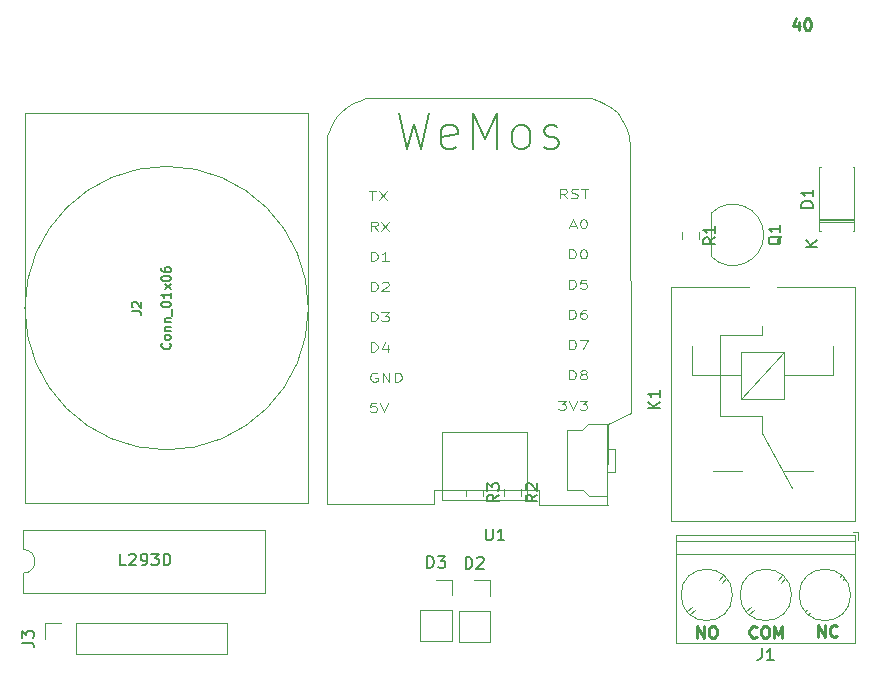
<source format=gto>
G04 #@! TF.GenerationSoftware,KiCad,Pcbnew,(5.0.0-3-g5ebb6b6)*
G04 #@! TF.CreationDate,2018-10-04T16:31:17-06:00*
G04 #@! TF.ProjectId,Hallow,48616C6C6F772E6B696361645F706362,rev?*
G04 #@! TF.SameCoordinates,Original*
G04 #@! TF.FileFunction,Legend,Top*
G04 #@! TF.FilePolarity,Positive*
%FSLAX46Y46*%
G04 Gerber Fmt 4.6, Leading zero omitted, Abs format (unit mm)*
G04 Created by KiCad (PCBNEW (5.0.0-3-g5ebb6b6)) date Thursday, October 04, 2018 at 04:31:17 PM*
%MOMM*%
%LPD*%
G01*
G04 APERTURE LIST*
%ADD10C,0.250000*%
%ADD11C,0.125000*%
%ADD12C,0.120000*%
%ADD13C,0.100000*%
%ADD14C,0.010000*%
%ADD15C,0.150000*%
%ADD16C,0.200000*%
G04 APERTURE END LIST*
D10*
X258693085Y-96039314D02*
X258693085Y-96705980D01*
X258454990Y-95658361D02*
X258216895Y-96372647D01*
X258835942Y-96372647D01*
X259407371Y-95705980D02*
X259502609Y-95705980D01*
X259597847Y-95753600D01*
X259645466Y-95801219D01*
X259693085Y-95896457D01*
X259740704Y-96086933D01*
X259740704Y-96325028D01*
X259693085Y-96515504D01*
X259645466Y-96610742D01*
X259597847Y-96658361D01*
X259502609Y-96705980D01*
X259407371Y-96705980D01*
X259312133Y-96658361D01*
X259264514Y-96610742D01*
X259216895Y-96515504D01*
X259169276Y-96325028D01*
X259169276Y-96086933D01*
X259216895Y-95896457D01*
X259264514Y-95801219D01*
X259312133Y-95753600D01*
X259407371Y-95705980D01*
X260326685Y-148064780D02*
X260326685Y-147064780D01*
X260898114Y-148064780D01*
X260898114Y-147064780D01*
X261945733Y-147969542D02*
X261898114Y-148017161D01*
X261755257Y-148064780D01*
X261660019Y-148064780D01*
X261517161Y-148017161D01*
X261421923Y-147921923D01*
X261374304Y-147826685D01*
X261326685Y-147636209D01*
X261326685Y-147493352D01*
X261374304Y-147302876D01*
X261421923Y-147207638D01*
X261517161Y-147112400D01*
X261660019Y-147064780D01*
X261755257Y-147064780D01*
X261898114Y-147112400D01*
X261945733Y-147160019D01*
X255145085Y-148071142D02*
X255097466Y-148118761D01*
X254954609Y-148166380D01*
X254859371Y-148166380D01*
X254716514Y-148118761D01*
X254621276Y-148023523D01*
X254573657Y-147928285D01*
X254526038Y-147737809D01*
X254526038Y-147594952D01*
X254573657Y-147404476D01*
X254621276Y-147309238D01*
X254716514Y-147214000D01*
X254859371Y-147166380D01*
X254954609Y-147166380D01*
X255097466Y-147214000D01*
X255145085Y-147261619D01*
X255764133Y-147166380D02*
X255954609Y-147166380D01*
X256049847Y-147214000D01*
X256145085Y-147309238D01*
X256192704Y-147499714D01*
X256192704Y-147833047D01*
X256145085Y-148023523D01*
X256049847Y-148118761D01*
X255954609Y-148166380D01*
X255764133Y-148166380D01*
X255668895Y-148118761D01*
X255573657Y-148023523D01*
X255526038Y-147833047D01*
X255526038Y-147499714D01*
X255573657Y-147309238D01*
X255668895Y-147214000D01*
X255764133Y-147166380D01*
X256621276Y-148166380D02*
X256621276Y-147166380D01*
X256954609Y-147880666D01*
X257287942Y-147166380D01*
X257287942Y-148166380D01*
X250092076Y-148166380D02*
X250092076Y-147166380D01*
X250663504Y-148166380D01*
X250663504Y-147166380D01*
X251330171Y-147166380D02*
X251520647Y-147166380D01*
X251615885Y-147214000D01*
X251711123Y-147309238D01*
X251758742Y-147499714D01*
X251758742Y-147833047D01*
X251711123Y-148023523D01*
X251615885Y-148118761D01*
X251520647Y-148166380D01*
X251330171Y-148166380D01*
X251234933Y-148118761D01*
X251139695Y-148023523D01*
X251092076Y-147833047D01*
X251092076Y-147499714D01*
X251139695Y-147309238D01*
X251234933Y-147214000D01*
X251330171Y-147166380D01*
D11*
X239060388Y-110908333D02*
X238727054Y-110541666D01*
X238488959Y-110908333D02*
X238488959Y-110138333D01*
X238869911Y-110138333D01*
X238965150Y-110175000D01*
X239012769Y-110211666D01*
X239060388Y-110285000D01*
X239060388Y-110395000D01*
X239012769Y-110468333D01*
X238965150Y-110505000D01*
X238869911Y-110541666D01*
X238488959Y-110541666D01*
X239441340Y-110871666D02*
X239584197Y-110908333D01*
X239822292Y-110908333D01*
X239917530Y-110871666D01*
X239965150Y-110835000D01*
X240012769Y-110761666D01*
X240012769Y-110688333D01*
X239965150Y-110615000D01*
X239917530Y-110578333D01*
X239822292Y-110541666D01*
X239631816Y-110505000D01*
X239536578Y-110468333D01*
X239488959Y-110431666D01*
X239441340Y-110358333D01*
X239441340Y-110285000D01*
X239488959Y-110211666D01*
X239536578Y-110175000D01*
X239631816Y-110138333D01*
X239869911Y-110138333D01*
X240012769Y-110175000D01*
X240298483Y-110138333D02*
X240869911Y-110138333D01*
X240584197Y-110908333D02*
X240584197Y-110138333D01*
X239346102Y-113248333D02*
X239822292Y-113248333D01*
X239250864Y-113468333D02*
X239584197Y-112698333D01*
X239917530Y-113468333D01*
X240441340Y-112698333D02*
X240536578Y-112698333D01*
X240631816Y-112735000D01*
X240679435Y-112771666D01*
X240727054Y-112845000D01*
X240774673Y-112991666D01*
X240774673Y-113175000D01*
X240727054Y-113321666D01*
X240679435Y-113395000D01*
X240631816Y-113431666D01*
X240536578Y-113468333D01*
X240441340Y-113468333D01*
X240346102Y-113431666D01*
X240298483Y-113395000D01*
X240250864Y-113321666D01*
X240203245Y-113175000D01*
X240203245Y-112991666D01*
X240250864Y-112845000D01*
X240298483Y-112771666D01*
X240346102Y-112735000D01*
X240441340Y-112698333D01*
X239250864Y-116028333D02*
X239250864Y-115258333D01*
X239488959Y-115258333D01*
X239631816Y-115295000D01*
X239727054Y-115368333D01*
X239774673Y-115441666D01*
X239822292Y-115588333D01*
X239822292Y-115698333D01*
X239774673Y-115845000D01*
X239727054Y-115918333D01*
X239631816Y-115991666D01*
X239488959Y-116028333D01*
X239250864Y-116028333D01*
X240441340Y-115258333D02*
X240536578Y-115258333D01*
X240631816Y-115295000D01*
X240679435Y-115331666D01*
X240727054Y-115405000D01*
X240774673Y-115551666D01*
X240774673Y-115735000D01*
X240727054Y-115881666D01*
X240679435Y-115955000D01*
X240631816Y-115991666D01*
X240536578Y-116028333D01*
X240441340Y-116028333D01*
X240346102Y-115991666D01*
X240298483Y-115955000D01*
X240250864Y-115881666D01*
X240203245Y-115735000D01*
X240203245Y-115551666D01*
X240250864Y-115405000D01*
X240298483Y-115331666D01*
X240346102Y-115295000D01*
X240441340Y-115258333D01*
X239250864Y-118588333D02*
X239250864Y-117818333D01*
X239488959Y-117818333D01*
X239631816Y-117855000D01*
X239727054Y-117928333D01*
X239774673Y-118001666D01*
X239822292Y-118148333D01*
X239822292Y-118258333D01*
X239774673Y-118405000D01*
X239727054Y-118478333D01*
X239631816Y-118551666D01*
X239488959Y-118588333D01*
X239250864Y-118588333D01*
X240727054Y-117818333D02*
X240250864Y-117818333D01*
X240203245Y-118185000D01*
X240250864Y-118148333D01*
X240346102Y-118111666D01*
X240584197Y-118111666D01*
X240679435Y-118148333D01*
X240727054Y-118185000D01*
X240774673Y-118258333D01*
X240774673Y-118441666D01*
X240727054Y-118515000D01*
X240679435Y-118551666D01*
X240584197Y-118588333D01*
X240346102Y-118588333D01*
X240250864Y-118551666D01*
X240203245Y-118515000D01*
X239250864Y-121148333D02*
X239250864Y-120378333D01*
X239488959Y-120378333D01*
X239631816Y-120415000D01*
X239727054Y-120488333D01*
X239774673Y-120561666D01*
X239822292Y-120708333D01*
X239822292Y-120818333D01*
X239774673Y-120965000D01*
X239727054Y-121038333D01*
X239631816Y-121111666D01*
X239488959Y-121148333D01*
X239250864Y-121148333D01*
X240679435Y-120378333D02*
X240488959Y-120378333D01*
X240393721Y-120415000D01*
X240346102Y-120451666D01*
X240250864Y-120561666D01*
X240203245Y-120708333D01*
X240203245Y-121001666D01*
X240250864Y-121075000D01*
X240298483Y-121111666D01*
X240393721Y-121148333D01*
X240584197Y-121148333D01*
X240679435Y-121111666D01*
X240727054Y-121075000D01*
X240774673Y-121001666D01*
X240774673Y-120818333D01*
X240727054Y-120745000D01*
X240679435Y-120708333D01*
X240584197Y-120671666D01*
X240393721Y-120671666D01*
X240298483Y-120708333D01*
X240250864Y-120745000D01*
X240203245Y-120818333D01*
X239250864Y-123708333D02*
X239250864Y-122938333D01*
X239488959Y-122938333D01*
X239631816Y-122975000D01*
X239727054Y-123048333D01*
X239774673Y-123121666D01*
X239822292Y-123268333D01*
X239822292Y-123378333D01*
X239774673Y-123525000D01*
X239727054Y-123598333D01*
X239631816Y-123671666D01*
X239488959Y-123708333D01*
X239250864Y-123708333D01*
X240155626Y-122938333D02*
X240822292Y-122938333D01*
X240393721Y-123708333D01*
X239250864Y-126268333D02*
X239250864Y-125498333D01*
X239488959Y-125498333D01*
X239631816Y-125535000D01*
X239727054Y-125608333D01*
X239774673Y-125681666D01*
X239822292Y-125828333D01*
X239822292Y-125938333D01*
X239774673Y-126085000D01*
X239727054Y-126158333D01*
X239631816Y-126231666D01*
X239488959Y-126268333D01*
X239250864Y-126268333D01*
X240393721Y-125828333D02*
X240298483Y-125791666D01*
X240250864Y-125755000D01*
X240203245Y-125681666D01*
X240203245Y-125645000D01*
X240250864Y-125571666D01*
X240298483Y-125535000D01*
X240393721Y-125498333D01*
X240584197Y-125498333D01*
X240679435Y-125535000D01*
X240727054Y-125571666D01*
X240774673Y-125645000D01*
X240774673Y-125681666D01*
X240727054Y-125755000D01*
X240679435Y-125791666D01*
X240584197Y-125828333D01*
X240393721Y-125828333D01*
X240298483Y-125865000D01*
X240250864Y-125901666D01*
X240203245Y-125975000D01*
X240203245Y-126121666D01*
X240250864Y-126195000D01*
X240298483Y-126231666D01*
X240393721Y-126268333D01*
X240584197Y-126268333D01*
X240679435Y-126231666D01*
X240727054Y-126195000D01*
X240774673Y-126121666D01*
X240774673Y-125975000D01*
X240727054Y-125901666D01*
X240679435Y-125865000D01*
X240584197Y-125828333D01*
X238346102Y-128058333D02*
X238965150Y-128058333D01*
X238631816Y-128351666D01*
X238774673Y-128351666D01*
X238869911Y-128388333D01*
X238917530Y-128425000D01*
X238965150Y-128498333D01*
X238965150Y-128681666D01*
X238917530Y-128755000D01*
X238869911Y-128791666D01*
X238774673Y-128828333D01*
X238488959Y-128828333D01*
X238393721Y-128791666D01*
X238346102Y-128755000D01*
X239250864Y-128058333D02*
X239584197Y-128828333D01*
X239917530Y-128058333D01*
X240155626Y-128058333D02*
X240774673Y-128058333D01*
X240441340Y-128351666D01*
X240584197Y-128351666D01*
X240679435Y-128388333D01*
X240727054Y-128425000D01*
X240774673Y-128498333D01*
X240774673Y-128681666D01*
X240727054Y-128755000D01*
X240679435Y-128791666D01*
X240584197Y-128828333D01*
X240298483Y-128828333D01*
X240203245Y-128791666D01*
X240155626Y-128755000D01*
X222325288Y-110341533D02*
X222896716Y-110341533D01*
X222611002Y-111111533D02*
X222611002Y-110341533D01*
X223134811Y-110341533D02*
X223801478Y-111111533D01*
X223801478Y-110341533D02*
X223134811Y-111111533D01*
X223039573Y-113671533D02*
X222706240Y-113304866D01*
X222468145Y-113671533D02*
X222468145Y-112901533D01*
X222849097Y-112901533D01*
X222944335Y-112938200D01*
X222991954Y-112974866D01*
X223039573Y-113048200D01*
X223039573Y-113158200D01*
X222991954Y-113231533D01*
X222944335Y-113268200D01*
X222849097Y-113304866D01*
X222468145Y-113304866D01*
X223372907Y-112901533D02*
X224039573Y-113671533D01*
X224039573Y-112901533D02*
X223372907Y-113671533D01*
X222468145Y-116231533D02*
X222468145Y-115461533D01*
X222706240Y-115461533D01*
X222849097Y-115498200D01*
X222944335Y-115571533D01*
X222991954Y-115644866D01*
X223039573Y-115791533D01*
X223039573Y-115901533D01*
X222991954Y-116048200D01*
X222944335Y-116121533D01*
X222849097Y-116194866D01*
X222706240Y-116231533D01*
X222468145Y-116231533D01*
X223991954Y-116231533D02*
X223420526Y-116231533D01*
X223706240Y-116231533D02*
X223706240Y-115461533D01*
X223611002Y-115571533D01*
X223515764Y-115644866D01*
X223420526Y-115681533D01*
X222468145Y-118791533D02*
X222468145Y-118021533D01*
X222706240Y-118021533D01*
X222849097Y-118058200D01*
X222944335Y-118131533D01*
X222991954Y-118204866D01*
X223039573Y-118351533D01*
X223039573Y-118461533D01*
X222991954Y-118608200D01*
X222944335Y-118681533D01*
X222849097Y-118754866D01*
X222706240Y-118791533D01*
X222468145Y-118791533D01*
X223420526Y-118094866D02*
X223468145Y-118058200D01*
X223563383Y-118021533D01*
X223801478Y-118021533D01*
X223896716Y-118058200D01*
X223944335Y-118094866D01*
X223991954Y-118168200D01*
X223991954Y-118241533D01*
X223944335Y-118351533D01*
X223372907Y-118791533D01*
X223991954Y-118791533D01*
X222468145Y-121351533D02*
X222468145Y-120581533D01*
X222706240Y-120581533D01*
X222849097Y-120618200D01*
X222944335Y-120691533D01*
X222991954Y-120764866D01*
X223039573Y-120911533D01*
X223039573Y-121021533D01*
X222991954Y-121168200D01*
X222944335Y-121241533D01*
X222849097Y-121314866D01*
X222706240Y-121351533D01*
X222468145Y-121351533D01*
X223372907Y-120581533D02*
X223991954Y-120581533D01*
X223658621Y-120874866D01*
X223801478Y-120874866D01*
X223896716Y-120911533D01*
X223944335Y-120948200D01*
X223991954Y-121021533D01*
X223991954Y-121204866D01*
X223944335Y-121278200D01*
X223896716Y-121314866D01*
X223801478Y-121351533D01*
X223515764Y-121351533D01*
X223420526Y-121314866D01*
X223372907Y-121278200D01*
X222468145Y-123911533D02*
X222468145Y-123141533D01*
X222706240Y-123141533D01*
X222849097Y-123178200D01*
X222944335Y-123251533D01*
X222991954Y-123324866D01*
X223039573Y-123471533D01*
X223039573Y-123581533D01*
X222991954Y-123728200D01*
X222944335Y-123801533D01*
X222849097Y-123874866D01*
X222706240Y-123911533D01*
X222468145Y-123911533D01*
X223896716Y-123398200D02*
X223896716Y-123911533D01*
X223658621Y-123104866D02*
X223420526Y-123654866D01*
X224039573Y-123654866D01*
X222991954Y-125738200D02*
X222896716Y-125701533D01*
X222753859Y-125701533D01*
X222611002Y-125738200D01*
X222515764Y-125811533D01*
X222468145Y-125884866D01*
X222420526Y-126031533D01*
X222420526Y-126141533D01*
X222468145Y-126288200D01*
X222515764Y-126361533D01*
X222611002Y-126434866D01*
X222753859Y-126471533D01*
X222849097Y-126471533D01*
X222991954Y-126434866D01*
X223039573Y-126398200D01*
X223039573Y-126141533D01*
X222849097Y-126141533D01*
X223468145Y-126471533D02*
X223468145Y-125701533D01*
X224039573Y-126471533D01*
X224039573Y-125701533D01*
X224515764Y-126471533D02*
X224515764Y-125701533D01*
X224753859Y-125701533D01*
X224896716Y-125738200D01*
X224991954Y-125811533D01*
X225039573Y-125884866D01*
X225087192Y-126031533D01*
X225087192Y-126141533D01*
X225039573Y-126288200D01*
X224991954Y-126361533D01*
X224896716Y-126434866D01*
X224753859Y-126471533D01*
X224515764Y-126471533D01*
X222944335Y-128261533D02*
X222468145Y-128261533D01*
X222420526Y-128628200D01*
X222468145Y-128591533D01*
X222563383Y-128554866D01*
X222801478Y-128554866D01*
X222896716Y-128591533D01*
X222944335Y-128628200D01*
X222991954Y-128701533D01*
X222991954Y-128884866D01*
X222944335Y-128958200D01*
X222896716Y-128994866D01*
X222801478Y-129031533D01*
X222563383Y-129031533D01*
X222468145Y-128994866D01*
X222420526Y-128958200D01*
X223277669Y-128261533D02*
X223611002Y-129031533D01*
X223944335Y-128261533D01*
D12*
G04 #@! TO.C,J3*
X197510800Y-149552000D02*
X197510800Y-146892000D01*
X197510800Y-149552000D02*
X210270800Y-149552000D01*
X210270800Y-149552000D02*
X210270800Y-146892000D01*
X197510800Y-146892000D02*
X210270800Y-146892000D01*
X194910800Y-146892000D02*
X196240800Y-146892000D01*
X194910800Y-148222000D02*
X194910800Y-146892000D01*
G04 #@! TO.C,L293D*
X193031200Y-140668800D02*
G75*
G02X193031200Y-142668800I0J-1000000D01*
G01*
X193031200Y-142668800D02*
X193031200Y-144318800D01*
X193031200Y-144318800D02*
X213471200Y-144318800D01*
X213471200Y-144318800D02*
X213471200Y-139018800D01*
X213471200Y-139018800D02*
X193031200Y-139018800D01*
X193031200Y-139018800D02*
X193031200Y-140668800D01*
G04 #@! TO.C,D3*
X227983745Y-143219771D02*
X229313745Y-143219771D01*
X229313745Y-143219771D02*
X229313745Y-144549771D01*
X229313745Y-145819771D02*
X229313745Y-148419771D01*
X226653745Y-148419771D02*
X229313745Y-148419771D01*
X226653745Y-145819771D02*
X226653745Y-148419771D01*
X226653745Y-145819771D02*
X229313745Y-145819771D01*
G04 #@! TO.C,D2*
X229912000Y-145885200D02*
X232572000Y-145885200D01*
X229912000Y-145885200D02*
X229912000Y-148485200D01*
X229912000Y-148485200D02*
X232572000Y-148485200D01*
X232572000Y-145885200D02*
X232572000Y-148485200D01*
X232572000Y-143285200D02*
X232572000Y-144615200D01*
X231242000Y-143285200D02*
X232572000Y-143285200D01*
G04 #@! TO.C,R3*
X230514785Y-135596639D02*
X230514785Y-136119143D01*
X231934785Y-135596639D02*
X231934785Y-136119143D01*
G04 #@! TO.C,R2*
X235175825Y-135590399D02*
X235175825Y-136112903D01*
X233755825Y-135590399D02*
X233755825Y-136112903D01*
D13*
G04 #@! TO.C,U1*
X242516672Y-136914828D02*
X236705380Y-136914828D01*
X236705380Y-136914828D02*
X236679049Y-135631395D01*
X236679049Y-135631395D02*
X227847827Y-135638083D01*
X227847827Y-135638083D02*
X227849803Y-136840336D01*
X227849803Y-136840336D02*
X218769007Y-136814258D01*
X218769007Y-136814258D02*
X218783005Y-105644107D01*
X218783005Y-105644107D02*
X219015816Y-105041314D01*
X219015816Y-105041314D02*
X219299299Y-104496433D01*
X219299299Y-104496433D02*
X219633947Y-104010023D01*
X219633947Y-104010023D02*
X220020247Y-103582648D01*
X220020247Y-103582648D02*
X220458688Y-103214859D01*
X220458688Y-103214859D02*
X220949760Y-102907223D01*
X220949760Y-102907223D02*
X221493950Y-102660290D01*
X221493950Y-102660290D02*
X222091747Y-102474624D01*
X222091747Y-102474624D02*
X241129660Y-102445866D01*
X241129660Y-102445866D02*
X241749024Y-102679859D01*
X241749024Y-102679859D02*
X242337218Y-102964342D01*
X242337218Y-102964342D02*
X242880645Y-103313857D01*
X242880645Y-103313857D02*
X243365703Y-103742942D01*
X243365703Y-103742942D02*
X243778795Y-104266140D01*
X243778795Y-104266140D02*
X244106322Y-104897987D01*
X244106322Y-104897987D02*
X244334682Y-105653025D01*
X244334682Y-105653025D02*
X244450278Y-106545793D01*
X244450278Y-106545793D02*
X244475226Y-129100885D01*
X244475226Y-129100885D02*
X242531680Y-130061781D01*
X242531680Y-130061781D02*
X242501886Y-136870124D01*
X228519550Y-130689051D02*
X235659131Y-130689051D01*
X235659131Y-130689051D02*
X235659131Y-136502788D01*
X235659131Y-136502788D02*
X228519550Y-136502788D01*
X228519550Y-136502788D02*
X228519550Y-130689051D01*
X242442800Y-130039949D02*
X240890578Y-130039949D01*
X240890578Y-130039949D02*
X240361411Y-130569115D01*
X240361411Y-130569115D02*
X239109050Y-130569115D01*
X239109050Y-130569115D02*
X239109050Y-135631476D01*
X239109050Y-135631476D02*
X240396689Y-135631476D01*
X240396689Y-135631476D02*
X240925856Y-136125365D01*
X240925856Y-136125365D02*
X242495717Y-136125365D01*
X242495717Y-136125365D02*
X242442800Y-130039949D01*
X242478078Y-132121338D02*
X243130717Y-132121338D01*
X243130717Y-132121338D02*
X243130717Y-134114532D01*
X243130717Y-134114532D02*
X242513356Y-134114532D01*
D14*
G04 #@! TO.C,J2*
X217181600Y-120231200D02*
G75*
G03X217181600Y-120231200I-12000000J0D01*
G01*
X217181600Y-103731200D02*
X217181600Y-136731200D01*
X217181600Y-136731200D02*
X193181600Y-136731200D01*
X193181600Y-136731200D02*
X193181600Y-103731200D01*
X193181600Y-103731200D02*
X217181600Y-103731200D01*
D12*
G04 #@! TO.C,D1*
X260585200Y-113705600D02*
X260455200Y-113705600D01*
X260455200Y-113705600D02*
X260455200Y-108265600D01*
X260455200Y-108265600D02*
X260585200Y-108265600D01*
X263265200Y-113705600D02*
X263395200Y-113705600D01*
X263395200Y-113705600D02*
X263395200Y-108265600D01*
X263395200Y-108265600D02*
X263265200Y-108265600D01*
X260455200Y-112805600D02*
X263395200Y-112805600D01*
X260455200Y-112685600D02*
X263395200Y-112685600D01*
X260455200Y-112925600D02*
X263395200Y-112925600D01*
G04 #@! TO.C,K1*
X254476800Y-118475600D02*
X247876800Y-118475600D01*
X263476800Y-118475600D02*
X256876800Y-118475600D01*
X263476800Y-118475600D02*
X263476800Y-138275600D01*
X263476800Y-138275600D02*
X247876800Y-138275600D01*
X247876800Y-138275600D02*
X247876800Y-118475600D01*
X251476800Y-134025600D02*
X253926800Y-134025600D01*
X259876800Y-134025600D02*
X257376800Y-134025600D01*
X249626800Y-123425600D02*
X249626800Y-125925600D01*
X255626800Y-122525600D02*
X255626800Y-121725600D01*
X261626800Y-125925600D02*
X261626800Y-123425600D01*
X255626800Y-129325600D02*
X255626800Y-130825600D01*
X255626800Y-130825600D02*
X258126800Y-135425600D01*
X252026800Y-129325600D02*
X252026800Y-122525600D01*
X255626800Y-129325600D02*
X252026800Y-129325600D01*
X255626800Y-122525600D02*
X252026800Y-122525600D01*
X261626800Y-125925600D02*
X257426800Y-125925600D01*
X253826800Y-125925600D02*
X249626800Y-125925600D01*
X253826800Y-127925600D02*
X257426800Y-123925600D01*
X253826800Y-123925600D02*
X257426800Y-123925600D01*
X257426800Y-123925600D02*
X257426800Y-127925600D01*
X257426800Y-127925600D02*
X253826800Y-127925600D01*
X253826800Y-127925600D02*
X253826800Y-123925600D01*
G04 #@! TO.C,Q1*
X251286800Y-112233600D02*
X251286800Y-115833600D01*
X251298322Y-112195122D02*
G75*
G02X255736800Y-114033600I1838478J-1838478D01*
G01*
X251298322Y-115872078D02*
G75*
G03X255736800Y-114033600I1838478J1838478D01*
G01*
G04 #@! TO.C,R1*
X250240000Y-113823148D02*
X250240000Y-114345652D01*
X248820000Y-113823148D02*
X248820000Y-114345652D01*
G04 #@! TO.C,J1*
X263089200Y-144513600D02*
G75*
G03X263089200Y-144513600I-2180000J0D01*
G01*
X258089200Y-144513600D02*
G75*
G03X258089200Y-144513600I-2180000J0D01*
G01*
X253089200Y-144513600D02*
G75*
G03X253089200Y-144513600I-2180000J0D01*
G01*
X263469200Y-139913600D02*
X248349200Y-139913600D01*
X263469200Y-141013600D02*
X248349200Y-141013600D01*
X263469200Y-148573600D02*
X248349200Y-148573600D01*
X263469200Y-139453600D02*
X248349200Y-139453600D01*
X263469200Y-148573600D02*
X263469200Y-139453600D01*
X248349200Y-148573600D02*
X248349200Y-139453600D01*
X259255200Y-145901600D02*
X259362200Y-145794600D01*
X262191200Y-142966600D02*
X262297200Y-142859600D01*
X259521200Y-146167600D02*
X259628200Y-146060600D01*
X262457200Y-143232600D02*
X262563200Y-143125600D01*
X254255200Y-145901600D02*
X254650200Y-145505600D01*
X256916200Y-143239600D02*
X257296200Y-142859600D01*
X254521200Y-146167600D02*
X254901200Y-145787600D01*
X257167200Y-143521600D02*
X257562200Y-143125600D01*
X249255200Y-145901600D02*
X249650200Y-145505600D01*
X251916200Y-143239600D02*
X252296200Y-142859600D01*
X249521200Y-146167600D02*
X249901200Y-145787600D01*
X252167200Y-143521600D02*
X252562200Y-143125600D01*
X263709200Y-139853600D02*
X263709200Y-139213600D01*
X263709200Y-139213600D02*
X263309200Y-139213600D01*
G04 #@! TO.C,J3*
D15*
X192923180Y-148555333D02*
X193637466Y-148555333D01*
X193780323Y-148602952D01*
X193875561Y-148698190D01*
X193923180Y-148841047D01*
X193923180Y-148936285D01*
X192923180Y-148174380D02*
X192923180Y-147555333D01*
X193304133Y-147888666D01*
X193304133Y-147745809D01*
X193351752Y-147650571D01*
X193399371Y-147602952D01*
X193494609Y-147555333D01*
X193732704Y-147555333D01*
X193827942Y-147602952D01*
X193875561Y-147650571D01*
X193923180Y-147745809D01*
X193923180Y-148031523D01*
X193875561Y-148126761D01*
X193827942Y-148174380D01*
G04 #@! TO.C,L293D*
X201733752Y-142019580D02*
X201257561Y-142019580D01*
X201257561Y-141019580D01*
X202019466Y-141114819D02*
X202067085Y-141067200D01*
X202162323Y-141019580D01*
X202400419Y-141019580D01*
X202495657Y-141067200D01*
X202543276Y-141114819D01*
X202590895Y-141210057D01*
X202590895Y-141305295D01*
X202543276Y-141448152D01*
X201971847Y-142019580D01*
X202590895Y-142019580D01*
X203067085Y-142019580D02*
X203257561Y-142019580D01*
X203352800Y-141971961D01*
X203400419Y-141924342D01*
X203495657Y-141781485D01*
X203543276Y-141591009D01*
X203543276Y-141210057D01*
X203495657Y-141114819D01*
X203448038Y-141067200D01*
X203352800Y-141019580D01*
X203162323Y-141019580D01*
X203067085Y-141067200D01*
X203019466Y-141114819D01*
X202971847Y-141210057D01*
X202971847Y-141448152D01*
X203019466Y-141543390D01*
X203067085Y-141591009D01*
X203162323Y-141638628D01*
X203352800Y-141638628D01*
X203448038Y-141591009D01*
X203495657Y-141543390D01*
X203543276Y-141448152D01*
X203876609Y-141019580D02*
X204495657Y-141019580D01*
X204162323Y-141400533D01*
X204305180Y-141400533D01*
X204400419Y-141448152D01*
X204448038Y-141495771D01*
X204495657Y-141591009D01*
X204495657Y-141829104D01*
X204448038Y-141924342D01*
X204400419Y-141971961D01*
X204305180Y-142019580D01*
X204019466Y-142019580D01*
X203924228Y-141971961D01*
X203876609Y-141924342D01*
X204924228Y-142019580D02*
X204924228Y-141019580D01*
X205162323Y-141019580D01*
X205305180Y-141067200D01*
X205400419Y-141162438D01*
X205448038Y-141257676D01*
X205495657Y-141448152D01*
X205495657Y-141591009D01*
X205448038Y-141781485D01*
X205400419Y-141876723D01*
X205305180Y-141971961D01*
X205162323Y-142019580D01*
X204924228Y-142019580D01*
G04 #@! TO.C,D3*
X227245649Y-142232151D02*
X227245649Y-141232151D01*
X227483745Y-141232151D01*
X227626602Y-141279771D01*
X227721840Y-141375009D01*
X227769459Y-141470247D01*
X227817078Y-141660723D01*
X227817078Y-141803580D01*
X227769459Y-141994056D01*
X227721840Y-142089294D01*
X227626602Y-142184532D01*
X227483745Y-142232151D01*
X227245649Y-142232151D01*
X228150411Y-141232151D02*
X228769459Y-141232151D01*
X228436125Y-141613104D01*
X228578983Y-141613104D01*
X228674221Y-141660723D01*
X228721840Y-141708342D01*
X228769459Y-141803580D01*
X228769459Y-142041675D01*
X228721840Y-142136913D01*
X228674221Y-142184532D01*
X228578983Y-142232151D01*
X228293268Y-142232151D01*
X228198030Y-142184532D01*
X228150411Y-142136913D01*
G04 #@! TO.C,D2*
X230503904Y-142297580D02*
X230503904Y-141297580D01*
X230742000Y-141297580D01*
X230884857Y-141345200D01*
X230980095Y-141440438D01*
X231027714Y-141535676D01*
X231075333Y-141726152D01*
X231075333Y-141869009D01*
X231027714Y-142059485D01*
X230980095Y-142154723D01*
X230884857Y-142249961D01*
X230742000Y-142297580D01*
X230503904Y-142297580D01*
X231456285Y-141392819D02*
X231503904Y-141345200D01*
X231599142Y-141297580D01*
X231837238Y-141297580D01*
X231932476Y-141345200D01*
X231980095Y-141392819D01*
X232027714Y-141488057D01*
X232027714Y-141583295D01*
X231980095Y-141726152D01*
X231408666Y-142297580D01*
X232027714Y-142297580D01*
G04 #@! TO.C,R3*
X233327165Y-136024557D02*
X232850975Y-136357891D01*
X233327165Y-136595986D02*
X232327165Y-136595986D01*
X232327165Y-136215033D01*
X232374785Y-136119795D01*
X232422404Y-136072176D01*
X232517642Y-136024557D01*
X232660499Y-136024557D01*
X232755737Y-136072176D01*
X232803356Y-136119795D01*
X232850975Y-136215033D01*
X232850975Y-136595986D01*
X232327165Y-135691224D02*
X232327165Y-135072176D01*
X232708118Y-135405510D01*
X232708118Y-135262652D01*
X232755737Y-135167414D01*
X232803356Y-135119795D01*
X232898594Y-135072176D01*
X233136689Y-135072176D01*
X233231927Y-135119795D01*
X233279546Y-135167414D01*
X233327165Y-135262652D01*
X233327165Y-135548367D01*
X233279546Y-135643605D01*
X233231927Y-135691224D01*
G04 #@! TO.C,R2*
X236568205Y-136018317D02*
X236092015Y-136351651D01*
X236568205Y-136589746D02*
X235568205Y-136589746D01*
X235568205Y-136208793D01*
X235615825Y-136113555D01*
X235663444Y-136065936D01*
X235758682Y-136018317D01*
X235901539Y-136018317D01*
X235996777Y-136065936D01*
X236044396Y-136113555D01*
X236092015Y-136208793D01*
X236092015Y-136589746D01*
X235663444Y-135637365D02*
X235615825Y-135589746D01*
X235568205Y-135494508D01*
X235568205Y-135256412D01*
X235615825Y-135161174D01*
X235663444Y-135113555D01*
X235758682Y-135065936D01*
X235853920Y-135065936D01*
X235996777Y-135113555D01*
X236568205Y-135684984D01*
X236568205Y-135065936D01*
G04 #@! TO.C,U1*
X232207295Y-138899980D02*
X232207295Y-139709504D01*
X232254914Y-139804742D01*
X232302533Y-139852361D01*
X232397771Y-139899980D01*
X232588247Y-139899980D01*
X232683485Y-139852361D01*
X232731104Y-139804742D01*
X232778723Y-139709504D01*
X232778723Y-138899980D01*
X233778723Y-139899980D02*
X233207295Y-139899980D01*
X233493009Y-139899980D02*
X233493009Y-138899980D01*
X233397771Y-139042838D01*
X233302533Y-139138076D01*
X233207295Y-139185695D01*
X224842057Y-103754742D02*
X225556342Y-106754742D01*
X226127771Y-104611885D01*
X226699200Y-106754742D01*
X227413485Y-103754742D01*
X229699200Y-106611885D02*
X229413485Y-106754742D01*
X228842057Y-106754742D01*
X228556342Y-106611885D01*
X228413485Y-106326171D01*
X228413485Y-105183314D01*
X228556342Y-104897600D01*
X228842057Y-104754742D01*
X229413485Y-104754742D01*
X229699200Y-104897600D01*
X229842057Y-105183314D01*
X229842057Y-105469028D01*
X228413485Y-105754742D01*
X231127771Y-106754742D02*
X231127771Y-103754742D01*
X232127771Y-105897600D01*
X233127771Y-103754742D01*
X233127771Y-106754742D01*
X234984914Y-106754742D02*
X234699200Y-106611885D01*
X234556342Y-106469028D01*
X234413485Y-106183314D01*
X234413485Y-105326171D01*
X234556342Y-105040457D01*
X234699200Y-104897600D01*
X234984914Y-104754742D01*
X235413485Y-104754742D01*
X235699200Y-104897600D01*
X235842057Y-105040457D01*
X235984914Y-105326171D01*
X235984914Y-106183314D01*
X235842057Y-106469028D01*
X235699200Y-106611885D01*
X235413485Y-106754742D01*
X234984914Y-106754742D01*
X237127771Y-106611885D02*
X237413485Y-106754742D01*
X237984914Y-106754742D01*
X238270628Y-106611885D01*
X238413485Y-106326171D01*
X238413485Y-106183314D01*
X238270628Y-105897600D01*
X237984914Y-105754742D01*
X237556342Y-105754742D01*
X237270628Y-105611885D01*
X237127771Y-105326171D01*
X237127771Y-105183314D01*
X237270628Y-104897600D01*
X237556342Y-104754742D01*
X237984914Y-104754742D01*
X238270628Y-104897600D01*
G04 #@! TO.C,J2*
D16*
X202243504Y-120497866D02*
X202814933Y-120497866D01*
X202929219Y-120535961D01*
X203005409Y-120612152D01*
X203043504Y-120726438D01*
X203043504Y-120802628D01*
X202319695Y-120155009D02*
X202281600Y-120116914D01*
X202243504Y-120040723D01*
X202243504Y-119850247D01*
X202281600Y-119774057D01*
X202319695Y-119735961D01*
X202395885Y-119697866D01*
X202472076Y-119697866D01*
X202586361Y-119735961D01*
X203043504Y-120193104D01*
X203043504Y-119697866D01*
X205467314Y-123221676D02*
X205505409Y-123259771D01*
X205543504Y-123374057D01*
X205543504Y-123450247D01*
X205505409Y-123564533D01*
X205429219Y-123640723D01*
X205353028Y-123678819D01*
X205200647Y-123716914D01*
X205086361Y-123716914D01*
X204933980Y-123678819D01*
X204857790Y-123640723D01*
X204781600Y-123564533D01*
X204743504Y-123450247D01*
X204743504Y-123374057D01*
X204781600Y-123259771D01*
X204819695Y-123221676D01*
X205543504Y-122764533D02*
X205505409Y-122840723D01*
X205467314Y-122878819D01*
X205391123Y-122916914D01*
X205162552Y-122916914D01*
X205086361Y-122878819D01*
X205048266Y-122840723D01*
X205010171Y-122764533D01*
X205010171Y-122650247D01*
X205048266Y-122574057D01*
X205086361Y-122535961D01*
X205162552Y-122497866D01*
X205391123Y-122497866D01*
X205467314Y-122535961D01*
X205505409Y-122574057D01*
X205543504Y-122650247D01*
X205543504Y-122764533D01*
X205010171Y-122155009D02*
X205543504Y-122155009D01*
X205086361Y-122155009D02*
X205048266Y-122116914D01*
X205010171Y-122040723D01*
X205010171Y-121926438D01*
X205048266Y-121850247D01*
X205124457Y-121812152D01*
X205543504Y-121812152D01*
X205010171Y-121431200D02*
X205543504Y-121431200D01*
X205086361Y-121431200D02*
X205048266Y-121393104D01*
X205010171Y-121316914D01*
X205010171Y-121202628D01*
X205048266Y-121126438D01*
X205124457Y-121088342D01*
X205543504Y-121088342D01*
X205619695Y-120897866D02*
X205619695Y-120288342D01*
X204743504Y-119945485D02*
X204743504Y-119869295D01*
X204781600Y-119793104D01*
X204819695Y-119755009D01*
X204895885Y-119716914D01*
X205048266Y-119678819D01*
X205238742Y-119678819D01*
X205391123Y-119716914D01*
X205467314Y-119755009D01*
X205505409Y-119793104D01*
X205543504Y-119869295D01*
X205543504Y-119945485D01*
X205505409Y-120021676D01*
X205467314Y-120059771D01*
X205391123Y-120097866D01*
X205238742Y-120135961D01*
X205048266Y-120135961D01*
X204895885Y-120097866D01*
X204819695Y-120059771D01*
X204781600Y-120021676D01*
X204743504Y-119945485D01*
X205543504Y-118916914D02*
X205543504Y-119374057D01*
X205543504Y-119145485D02*
X204743504Y-119145485D01*
X204857790Y-119221676D01*
X204933980Y-119297866D01*
X204972076Y-119374057D01*
X205543504Y-118650247D02*
X205010171Y-118231200D01*
X205010171Y-118650247D02*
X205543504Y-118231200D01*
X204743504Y-117774057D02*
X204743504Y-117697866D01*
X204781600Y-117621676D01*
X204819695Y-117583580D01*
X204895885Y-117545485D01*
X205048266Y-117507390D01*
X205238742Y-117507390D01*
X205391123Y-117545485D01*
X205467314Y-117583580D01*
X205505409Y-117621676D01*
X205543504Y-117697866D01*
X205543504Y-117774057D01*
X205505409Y-117850247D01*
X205467314Y-117888342D01*
X205391123Y-117926438D01*
X205238742Y-117964533D01*
X205048266Y-117964533D01*
X204895885Y-117926438D01*
X204819695Y-117888342D01*
X204781600Y-117850247D01*
X204743504Y-117774057D01*
X204743504Y-116821676D02*
X204743504Y-116974057D01*
X204781600Y-117050247D01*
X204819695Y-117088342D01*
X204933980Y-117164533D01*
X205086361Y-117202628D01*
X205391123Y-117202628D01*
X205467314Y-117164533D01*
X205505409Y-117126438D01*
X205543504Y-117050247D01*
X205543504Y-116897866D01*
X205505409Y-116821676D01*
X205467314Y-116783580D01*
X205391123Y-116745485D01*
X205200647Y-116745485D01*
X205124457Y-116783580D01*
X205086361Y-116821676D01*
X205048266Y-116897866D01*
X205048266Y-117050247D01*
X205086361Y-117126438D01*
X205124457Y-117164533D01*
X205200647Y-117202628D01*
G04 #@! TO.C,D1*
D15*
X259907580Y-111723695D02*
X258907580Y-111723695D01*
X258907580Y-111485600D01*
X258955200Y-111342742D01*
X259050438Y-111247504D01*
X259145676Y-111199885D01*
X259336152Y-111152266D01*
X259479009Y-111152266D01*
X259669485Y-111199885D01*
X259764723Y-111247504D01*
X259859961Y-111342742D01*
X259907580Y-111485600D01*
X259907580Y-111723695D01*
X259907580Y-110199885D02*
X259907580Y-110771314D01*
X259907580Y-110485600D02*
X258907580Y-110485600D01*
X259050438Y-110580838D01*
X259145676Y-110676076D01*
X259193295Y-110771314D01*
X260277580Y-115057504D02*
X259277580Y-115057504D01*
X260277580Y-114486076D02*
X259706152Y-114914647D01*
X259277580Y-114486076D02*
X259849009Y-115057504D01*
G04 #@! TO.C,K1*
X246929180Y-128713695D02*
X245929180Y-128713695D01*
X246929180Y-128142266D02*
X246357752Y-128570838D01*
X245929180Y-128142266D02*
X246500609Y-128713695D01*
X246929180Y-127189885D02*
X246929180Y-127761314D01*
X246929180Y-127475600D02*
X245929180Y-127475600D01*
X246072038Y-127570838D01*
X246167276Y-127666076D01*
X246214895Y-127761314D01*
G04 #@! TO.C,Q1*
X257244419Y-114128838D02*
X257196800Y-114224076D01*
X257101561Y-114319314D01*
X256958704Y-114462171D01*
X256911085Y-114557409D01*
X256911085Y-114652647D01*
X257149180Y-114605028D02*
X257101561Y-114700266D01*
X257006323Y-114795504D01*
X256815847Y-114843123D01*
X256482514Y-114843123D01*
X256292038Y-114795504D01*
X256196800Y-114700266D01*
X256149180Y-114605028D01*
X256149180Y-114414552D01*
X256196800Y-114319314D01*
X256292038Y-114224076D01*
X256482514Y-114176457D01*
X256815847Y-114176457D01*
X257006323Y-114224076D01*
X257101561Y-114319314D01*
X257149180Y-114414552D01*
X257149180Y-114605028D01*
X257149180Y-113224076D02*
X257149180Y-113795504D01*
X257149180Y-113509790D02*
X256149180Y-113509790D01*
X256292038Y-113605028D01*
X256387276Y-113700266D01*
X256434895Y-113795504D01*
G04 #@! TO.C,R1*
X251632380Y-114251066D02*
X251156190Y-114584400D01*
X251632380Y-114822495D02*
X250632380Y-114822495D01*
X250632380Y-114441542D01*
X250680000Y-114346304D01*
X250727619Y-114298685D01*
X250822857Y-114251066D01*
X250965714Y-114251066D01*
X251060952Y-114298685D01*
X251108571Y-114346304D01*
X251156190Y-114441542D01*
X251156190Y-114822495D01*
X251632380Y-113298685D02*
X251632380Y-113870114D01*
X251632380Y-113584400D02*
X250632380Y-113584400D01*
X250775238Y-113679638D01*
X250870476Y-113774876D01*
X250918095Y-113870114D01*
G04 #@! TO.C,J1*
X255575866Y-149025980D02*
X255575866Y-149740266D01*
X255528247Y-149883123D01*
X255433009Y-149978361D01*
X255290152Y-150025980D01*
X255194914Y-150025980D01*
X256575866Y-150025980D02*
X256004438Y-150025980D01*
X256290152Y-150025980D02*
X256290152Y-149025980D01*
X256194914Y-149168838D01*
X256099676Y-149264076D01*
X256004438Y-149311695D01*
G04 #@! TD*
M02*

</source>
